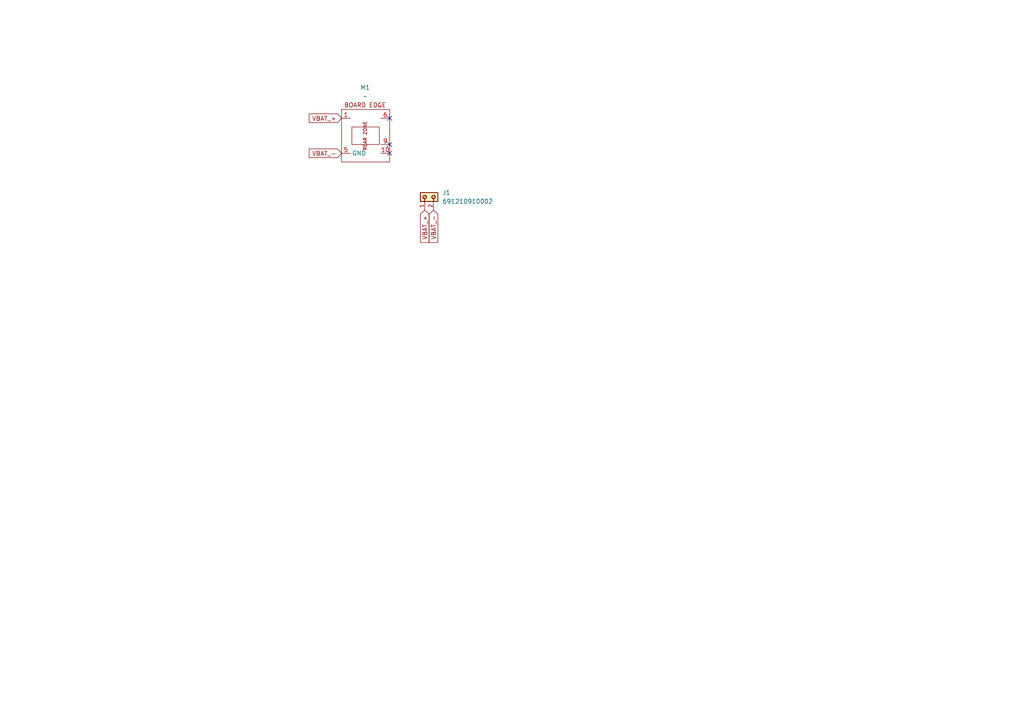
<source format=kicad_sch>
(kicad_sch (version 20250114) (generator "eeschema") (generator_version "9.0")
  (paper "A4")
  (lib_symbols
    (symbol "691210910002:691210910002" (pin_names (offset 1.016))
      (property "Reference" "J" (at -4.88 -0.922 0))
      (property "Value" "691210910002" (at -4.83 -2.58 0))
      (symbol "691210910002_0_0"
        (rectangle (start -3.81 -2.54) (end 1.27 0) (stroke (width 0.254)) (fill (type background)))
        (circle (center -2.54 -1.27) (radius 0.508) (stroke (width 0.254)))
        (polyline (pts (xy -2.54 -1.778) (xy -2.54 -2.54)) (stroke (width 0.254)))
        (polyline (pts (xy -2.286 -1.016) (xy -2.794 -1.524)) (stroke (width 0.1524)))
        (circle (center 0 -1.27) (radius 0.508) (stroke (width 0.254)))
        (polyline (pts (xy 0 -1.778) (xy 0 -2.54)) (stroke (width 0.254)))
        (polyline (pts (xy 0.254 -1.016) (xy -0.254 -1.524)) (stroke (width 0.1524)))
        (pin passive line (at -2.54 -5.08 90) (length 2.54) (name "~") (number "1"))
        (pin passive line (at 0 -5.08 90) (length 2.54) (name "~") (number "2"))
      )
    )
    (symbol "MegaCastle:MegaCastle2x5-Module-I7.0x7.9-M8CC-EDGE"
      (property "Reference" "M" (at 0 -10.16 0))
      (symbol "MegaCastle2x5-Module-I7.0x7.9-M8CC-EDGE_0_1"
        (rectangle (start -6.35 7.62) (end 7.62 -7.62))
        (rectangle (start -3.35 2.54) (end 4.62 -2.54))
      )
      (symbol "MegaCastle2x5-Module-I7.0x7.9-M8CC-EDGE_1_1"
        (text " BOARD EDGE" (at 0 8.89 0) (effects (font (size 1.27 1.27))))
        (text "REAR ZONE" (at 0.5 0 900) (effects (font (size 1 1))))
        (pin bidirectional line (at -6.35 5.08 0) (length 2.54) (name "") (number "1"))
        (pin bidirectional line (at -6.35 -5.08 0) (length 2.54) (name "GND") (number "5"))
        (pin bidirectional line (at 7.62 5.08 180) (length 2.54) (name "") (number "6"))
        (pin bidirectional line (at 7.62 -2.54 180) (length 2.54) (name "") (number "9"))
        (pin bidirectional line (at 7.62 -5.08 180) (length 2.54) (name "") (number "10"))
      )
    )
  )
  (no_connect (at 113.03 41.91))
  (no_connect (at 113.03 34.29))
  (no_connect (at 113.03 44.45))
  (global_label "VBAT_+" (shape input) (at 99.06 34.29 180) (property "Intersheetrefs" "${INTERSHEET_REFS}" (effects (hide yes))))
  (global_label "VBAT_-" (shape input) (at 99.06 44.45 180) (property "Intersheetrefs" "${INTERSHEET_REFS}" (effects (hide yes))))
  (global_label "VBAT_-" (shape input) (at 125.73 60.96 270) (property "Intersheetrefs" "${INTERSHEET_REFS}" (effects (hide yes))))
  (global_label "VBAT_+" (shape input) (at 123.19 60.96 270) (property "Intersheetrefs" "${INTERSHEET_REFS}" (effects (hide yes))))
  (symbol (lib_id "MegaCastle:MegaCastle2x5-Module-I7.0x7.9-M8CC-EDGE") (at 105.41 39.37 0) (unit 1)
    (property "Reference" "M1" (at 105.9138 25.4 0))
    (property "Value" "~" (at 105.9138 27.94 0))
    (property "Footprint" "MegaCastle:MegaCastle2x5-Module-I15.0x7.9-M8CC-SPAREPAD" (effects (hide yes)))
    (property "Description" "Generated using footprint-gen .. 7 8 5 M8CC" (effects (hide yes)))
  )
  (symbol (lib_id "691210910002:691210910002") (at 125.73 55.88 0) (unit 1)
    (property "Reference" "J1" (at 128.27 55.8799 0) (effects (justify left)))
    (property "Value" "691210910002" (at 128.27 58.4199 0) (effects (justify left)))
    (property "Footprint" "MegaCastle:691210910002" (effects (hide yes)))
    (property "WIRE" "30 to 18 (AWG) 0.0509 to 0.823 (mm²)" (effects (hide yes)))
    (property "MOUNT" "THT" (effects (hide yes)))
    (property "IR-UL" "6A" (effects (hide yes)))
    (property "WORKING-VOLTAGE-UL" "150V (AC)" (effects (hide yes)))
    (property "PART-NUMBER" "691210910002" (effects (hide yes)))
    (property "DATASHEET-URL" "https://www.we-online.com/redexpert/spec/691210910002?ae" (effects (hide yes)))
    (property "PITCH" "2.54mm" (effects (hide yes)))
    (property "PINS" "2" (effects (hide yes)))
    (property "TYPE" "Horizontal" (effects (hide yes)))
  )
)
</source>
